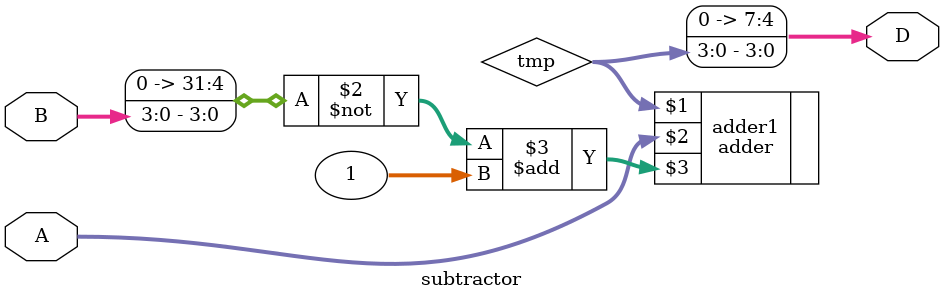
<source format=v>
`include "defines.vh"
module subtractor(
        output  [7: 0]  D,
        input   [3: 0]  A,
        input   [3: 0]  B
    );
	
    wire [7:0] tmp;
	 wire [3:0] aux;

	// TODO: implement a subtractor
	adder adder1(tmp, A, (~B + 1));
	assign D[3:0] = tmp [3:0];
	assign D[7:4] = 0;

endmodule

</source>
